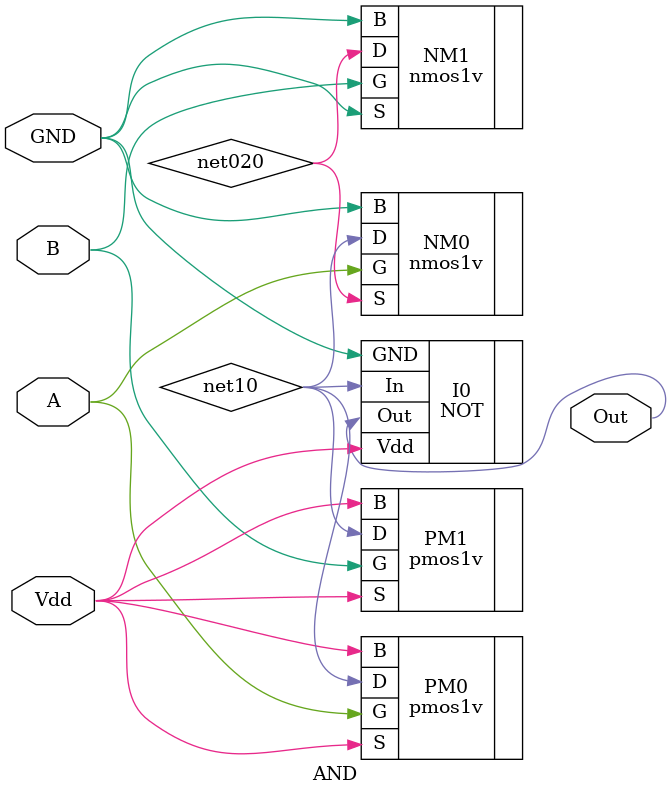
<source format=v>

module AND (
A,B,Vdd,GND,Out );
input  A;
input  B;
input  Vdd;
input  GND;
output  Out;
wire Vdd;
wire A;
wire GND;
wire B;
wire net020;
wire Out;
wire net10;

nmos1v    
 NM1  ( .S( GND ), .G( B ), .B( GND ), .D( net020 ) );

nmos1v    
 NM0  ( .S( net020 ), .G( A ), .B( GND ), .D( net10 ) );

pmos1v    
 PM1  ( .S( Vdd ), .G( B ), .B( Vdd ), .D( net10 ) );

pmos1v    
 PM0  ( .S( Vdd ), .G( A ), .B( Vdd ), .D( net10 ) );

NOT    
 I0  ( .Vdd( Vdd ), .In( net10 ), .GND( GND ), .Out( Out ) );

endmodule


</source>
